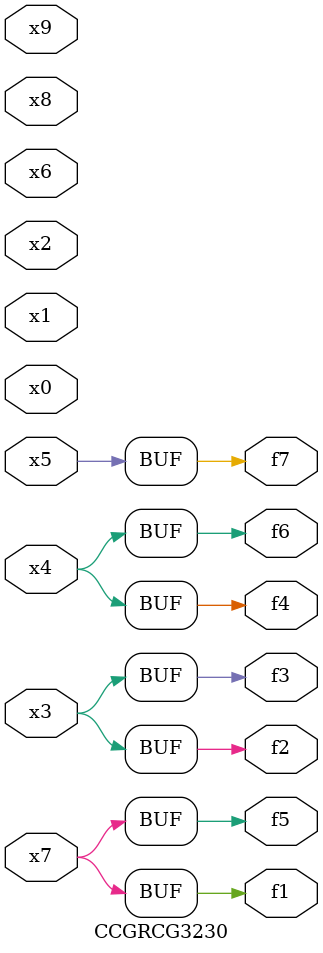
<source format=v>
module CCGRCG3230(
	input x0, x1, x2, x3, x4, x5, x6, x7, x8, x9,
	output f1, f2, f3, f4, f5, f6, f7
);
	assign f1 = x7;
	assign f2 = x3;
	assign f3 = x3;
	assign f4 = x4;
	assign f5 = x7;
	assign f6 = x4;
	assign f7 = x5;
endmodule

</source>
